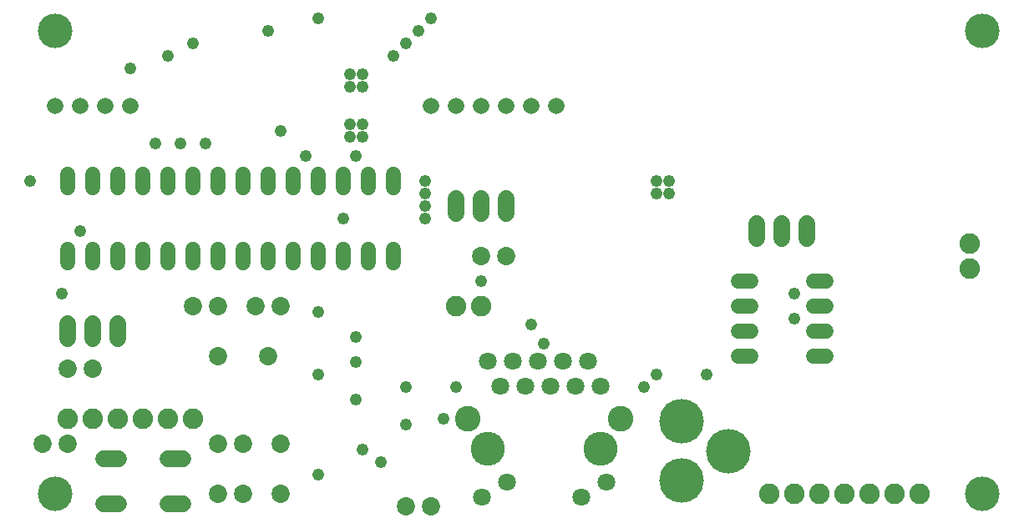
<source format=gbs>
G75*
%MOIN*%
%OFA0B0*%
%FSLAX24Y24*%
%IPPOS*%
%LPD*%
%AMOC8*
5,1,8,0,0,1.08239X$1,22.5*
%
%ADD10C,0.0730*%
%ADD11C,0.0680*%
%ADD12C,0.0820*%
%ADD13C,0.1380*%
%ADD14C,0.0654*%
%ADD15C,0.1025*%
%ADD16C,0.0710*%
%ADD17C,0.1360*%
%ADD18C,0.0600*%
%ADD19C,0.1780*%
%ADD20C,0.0480*%
D10*
X008220Y003000D03*
X009220Y003000D03*
X010720Y003000D03*
X010720Y005000D03*
X009220Y005000D03*
X008220Y005000D03*
X003220Y008000D03*
X002220Y008000D03*
X002220Y005000D03*
X001220Y005000D03*
X008220Y008500D03*
X010220Y008500D03*
X009720Y010500D03*
X010720Y010500D03*
X008220Y010500D03*
X007220Y010500D03*
X018720Y012500D03*
X019720Y012500D03*
X016720Y002500D03*
X015720Y002500D03*
D11*
X004240Y002610D02*
X003640Y002610D01*
X006200Y002610D02*
X006800Y002610D01*
X006800Y004390D02*
X006200Y004390D01*
X004240Y004390D02*
X003640Y004390D01*
X003220Y009200D02*
X003220Y009800D01*
X002220Y009800D02*
X002220Y009200D01*
X004220Y009200D02*
X004220Y009800D01*
X017720Y014200D02*
X017720Y014800D01*
X018720Y014800D02*
X018720Y014200D01*
X019720Y014200D02*
X019720Y014800D01*
X029720Y013800D02*
X029720Y013200D01*
X030720Y013200D02*
X030720Y013800D01*
X031720Y013800D02*
X031720Y013200D01*
D12*
X038220Y013000D03*
X038220Y012000D03*
X036220Y003000D03*
X035220Y003000D03*
X034220Y003000D03*
X033220Y003000D03*
X032220Y003000D03*
X031220Y003000D03*
X030220Y003000D03*
X018720Y010500D03*
X017720Y010500D03*
X007220Y006000D03*
X006220Y006000D03*
X005220Y006000D03*
X004220Y006000D03*
X003220Y006000D03*
X002220Y006000D03*
D13*
X001720Y003000D03*
X001720Y021500D03*
X038720Y021500D03*
X038720Y003000D03*
D14*
X021720Y018500D03*
X020720Y018500D03*
X019720Y018500D03*
X018720Y018500D03*
X017720Y018500D03*
X016720Y018500D03*
X004720Y018500D03*
X003720Y018500D03*
X002720Y018500D03*
X001720Y018500D03*
D15*
X018169Y005988D03*
X024271Y005988D03*
D16*
X023470Y007283D03*
X022470Y007283D03*
X021470Y007283D03*
X020470Y007283D03*
X019470Y007283D03*
X018970Y008283D03*
X019970Y008283D03*
X020970Y008283D03*
X021970Y008283D03*
X022970Y008283D03*
X023710Y003457D03*
X022710Y002858D03*
X019730Y003457D03*
X018730Y002858D03*
D17*
X018970Y004787D03*
X023470Y004787D03*
D18*
X028960Y008500D02*
X029480Y008500D01*
X029480Y009500D02*
X028960Y009500D01*
X028960Y010500D02*
X029480Y010500D01*
X029480Y011500D02*
X028960Y011500D01*
X031960Y011500D02*
X032480Y011500D01*
X032480Y010500D02*
X031960Y010500D01*
X031960Y009500D02*
X032480Y009500D01*
X032480Y008500D02*
X031960Y008500D01*
X015220Y012240D02*
X015220Y012760D01*
X014220Y012760D02*
X014220Y012240D01*
X013220Y012240D02*
X013220Y012760D01*
X012220Y012760D02*
X012220Y012240D01*
X011220Y012240D02*
X011220Y012760D01*
X010220Y012760D02*
X010220Y012240D01*
X009220Y012240D02*
X009220Y012760D01*
X008220Y012760D02*
X008220Y012240D01*
X007220Y012240D02*
X007220Y012760D01*
X006220Y012760D02*
X006220Y012240D01*
X005220Y012240D02*
X005220Y012760D01*
X004220Y012760D02*
X004220Y012240D01*
X003220Y012240D02*
X003220Y012760D01*
X002220Y012760D02*
X002220Y012240D01*
X002220Y015240D02*
X002220Y015760D01*
X003220Y015760D02*
X003220Y015240D01*
X004220Y015240D02*
X004220Y015760D01*
X005220Y015760D02*
X005220Y015240D01*
X006220Y015240D02*
X006220Y015760D01*
X007220Y015760D02*
X007220Y015240D01*
X008220Y015240D02*
X008220Y015760D01*
X009220Y015760D02*
X009220Y015240D01*
X010220Y015240D02*
X010220Y015760D01*
X011220Y015760D02*
X011220Y015240D01*
X012220Y015240D02*
X012220Y015760D01*
X013220Y015760D02*
X013220Y015240D01*
X014220Y015240D02*
X014220Y015760D01*
X015220Y015760D02*
X015220Y015240D01*
D19*
X026720Y005894D03*
X028570Y004713D03*
X026720Y003531D03*
D20*
X025220Y007250D03*
X025720Y007750D03*
X027720Y007750D03*
X031220Y010000D03*
X031220Y011000D03*
X026220Y015000D03*
X025720Y015000D03*
X025720Y015500D03*
X026220Y015500D03*
X018720Y011500D03*
X020720Y009750D03*
X021220Y009000D03*
X017720Y007250D03*
X017220Y006000D03*
X015720Y005750D03*
X013970Y004750D03*
X014720Y004250D03*
X012220Y003750D03*
X013720Y006750D03*
X012220Y007750D03*
X013720Y008250D03*
X013720Y009250D03*
X012220Y010250D03*
X015720Y007250D03*
X016470Y014000D03*
X016470Y014500D03*
X016470Y015000D03*
X016470Y015500D03*
X013720Y016500D03*
X013470Y017250D03*
X013970Y017250D03*
X013970Y017750D03*
X013470Y017750D03*
X013470Y019250D03*
X013970Y019250D03*
X013970Y019750D03*
X013470Y019750D03*
X015220Y020500D03*
X015720Y021000D03*
X016220Y021500D03*
X016720Y022000D03*
X012220Y022000D03*
X010220Y021500D03*
X007220Y021000D03*
X006220Y020500D03*
X004720Y020000D03*
X005720Y017000D03*
X006720Y017000D03*
X007720Y017000D03*
X010720Y017500D03*
X011720Y016500D03*
X013220Y014000D03*
X002720Y013500D03*
X000720Y015500D03*
X001970Y011000D03*
M02*

</source>
